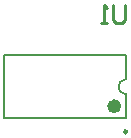
<source format=gbo>
G04*
G04 #@! TF.GenerationSoftware,Altium Limited,Altium Designer,20.0.9 (164)*
G04*
G04 Layer_Color=32896*
%FSLAX25Y25*%
%MOIN*%
G70*
G01*
G75*
%ADD10C,0.00787*%
%ADD13C,0.01000*%
%ADD37C,0.02362*%
%ADD38C,0.00984*%
D10*
X140776Y94500D02*
G03*
X140776Y89500I0J-2500D01*
G01*
X100224Y81567D02*
Y102433D01*
X140776Y94500D02*
Y102433D01*
Y81567D02*
Y89500D01*
X100224Y102433D02*
X140776D01*
X100224Y81567D02*
X140776D01*
D13*
X140583Y119348D02*
Y114350D01*
X139583Y113350D01*
X137584D01*
X136584Y114350D01*
Y119348D01*
X134585Y113350D02*
X132586D01*
X133585D01*
Y119348D01*
X134585Y118348D01*
D37*
X138020Y85504D02*
G03*
X138020Y85504I-1181J0D01*
G01*
D38*
X141110Y77000D02*
G03*
X141110Y77000I-492J0D01*
G01*
M02*

</source>
